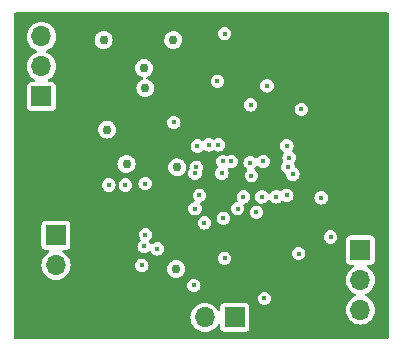
<source format=gbr>
%TF.GenerationSoftware,KiCad,Pcbnew,(6.0.8)*%
%TF.CreationDate,2023-01-31T16:58:12-08:00*%
%TF.ProjectId,Microwave Sensor v2,4d696372-6f77-4617-9665-2053656e736f,rev?*%
%TF.SameCoordinates,Original*%
%TF.FileFunction,Copper,L3,Inr*%
%TF.FilePolarity,Positive*%
%FSLAX46Y46*%
G04 Gerber Fmt 4.6, Leading zero omitted, Abs format (unit mm)*
G04 Created by KiCad (PCBNEW (6.0.8)) date 2023-01-31 16:58:12*
%MOMM*%
%LPD*%
G01*
G04 APERTURE LIST*
%TA.AperFunction,ComponentPad*%
%ADD10R,1.700000X1.700000*%
%TD*%
%TA.AperFunction,ComponentPad*%
%ADD11O,1.700000X1.700000*%
%TD*%
%TA.AperFunction,ViaPad*%
%ADD12C,0.381000*%
%TD*%
%TA.AperFunction,ViaPad*%
%ADD13C,0.762000*%
%TD*%
G04 APERTURE END LIST*
D10*
%TO.N,Net-(J4-Pad1)*%
%TO.C,J4*%
X140475000Y-105700000D03*
D11*
%TO.N,Net-(J4-Pad2)*%
X137935000Y-105700000D03*
%TD*%
D10*
%TO.N,Net-(IC2-Pad5)*%
%TO.C,J2*%
X124100000Y-87000000D03*
D11*
%TO.N,Net-(IC2-Pad6)*%
X124100000Y-84460000D03*
%TO.N,Net-(IC2-Pad7)*%
X124100000Y-81920000D03*
%TD*%
D10*
%TO.N,Net-(J3-Pad1)*%
%TO.C,J3*%
X151100000Y-100000000D03*
D11*
%TO.N,Net-(J3-Pad2)*%
X151100000Y-102540000D03*
%TO.N,Net-(J3-Pad3)*%
X151100000Y-105080000D03*
%TD*%
D10*
%TO.N,Net-(FB1-Pad1)*%
%TO.C,J1*%
X125325000Y-98750000D03*
D11*
%TO.N,GND*%
X125325000Y-101290000D03*
%TD*%
D12*
%TO.N,*%
X132900000Y-98700000D03*
%TO.N,GND*%
X137200000Y-93000000D03*
X139600000Y-81683750D03*
X144976859Y-92975000D03*
X137300000Y-91200000D03*
X143975000Y-95500000D03*
X135300000Y-89200000D03*
X145376859Y-93575000D03*
X142975000Y-104100000D03*
X142300000Y-96800000D03*
X133900000Y-99900000D03*
X148575000Y-98900000D03*
X132600000Y-101300000D03*
D13*
X135262000Y-82200000D03*
D12*
X139500000Y-97300000D03*
X137476859Y-95375000D03*
X129800000Y-94500000D03*
X132800000Y-99700000D03*
D13*
X129362000Y-82200000D03*
D12*
X145875000Y-100300000D03*
X147776859Y-95575000D03*
X141200000Y-95500000D03*
X141800000Y-87700000D03*
D13*
X135600000Y-93000000D03*
D12*
X137100000Y-93500000D03*
X144876859Y-91175000D03*
X144876859Y-95375000D03*
X146100000Y-88100000D03*
D13*
X131300000Y-92700000D03*
X135500000Y-101600000D03*
D12*
X132876859Y-94375000D03*
X143200000Y-86100000D03*
X139375000Y-93500000D03*
X145076859Y-92175000D03*
X131200000Y-94500000D03*
D13*
%TO.N,/VinF*%
X129662000Y-89800000D03*
D12*
%TO.N,/Vdd*%
X133700000Y-95600000D03*
X143676859Y-91075000D03*
X142975000Y-94100000D03*
X136876859Y-94375000D03*
X139000000Y-98100000D03*
X139000000Y-103400000D03*
X145076859Y-94475000D03*
D13*
X133562000Y-89200000D03*
D12*
X140375000Y-94100000D03*
D13*
X135000000Y-97600000D03*
D12*
%TO.N,Net-(C12-Pad1)*%
X141775000Y-92600000D03*
%TO.N,/IFQAI*%
X142875000Y-92500000D03*
D13*
%TO.N,Net-(IC2-Pad12)*%
X132800000Y-84600000D03*
D12*
X139075000Y-91100000D03*
%TO.N,Net-(J3-Pad1)*%
X142775000Y-95500000D03*
%TO.N,Net-(IC2-Pad11)*%
X139475000Y-92500000D03*
X139000000Y-85700000D03*
%TO.N,Net-(IC2-Pad10)*%
X140175000Y-92500000D03*
%TO.N,Net-(J3-Pad2)*%
X141875000Y-93700000D03*
%TO.N,Net-(J3-Pad3)*%
X140700000Y-96500000D03*
%TO.N,Net-(J4-Pad2)*%
X137900000Y-97700000D03*
%TO.N,Net-(R9-Pad2)*%
X137100000Y-96500000D03*
X137000000Y-103000000D03*
%TO.N,Net-(R10-Pad1)*%
X139600000Y-100700000D03*
%TO.N,Net-(TP4-Pad1)*%
X138275000Y-91100000D03*
D13*
X132900000Y-86300000D03*
%TD*%
%TA.AperFunction,Conductor*%
%TO.N,/Vdd*%
G36*
X153440621Y-79901502D02*
G01*
X153487114Y-79955158D01*
X153498500Y-80007500D01*
X153498500Y-107416500D01*
X153478498Y-107484621D01*
X153424842Y-107531114D01*
X153372500Y-107542500D01*
X121907500Y-107542500D01*
X121839379Y-107522498D01*
X121792886Y-107468842D01*
X121781500Y-107416500D01*
X121781500Y-105700000D01*
X136698796Y-105700000D01*
X136717577Y-105914665D01*
X136773348Y-106122807D01*
X136775670Y-106127787D01*
X136775671Y-106127789D01*
X136862090Y-106313115D01*
X136862093Y-106313120D01*
X136864416Y-106318102D01*
X136867570Y-106322606D01*
X136867573Y-106322611D01*
X136904466Y-106375299D01*
X136988013Y-106494617D01*
X137140383Y-106646987D01*
X137144891Y-106650144D01*
X137144894Y-106650146D01*
X137310070Y-106765803D01*
X137316898Y-106770584D01*
X137321880Y-106772907D01*
X137321885Y-106772910D01*
X137503336Y-106857522D01*
X137512193Y-106861652D01*
X137517501Y-106863074D01*
X137517503Y-106863075D01*
X137715020Y-106915999D01*
X137715022Y-106915999D01*
X137720335Y-106917423D01*
X137935000Y-106936204D01*
X138149665Y-106917423D01*
X138154978Y-106915999D01*
X138154980Y-106915999D01*
X138352497Y-106863075D01*
X138352499Y-106863074D01*
X138357807Y-106861652D01*
X138366664Y-106857522D01*
X138548115Y-106772910D01*
X138548120Y-106772907D01*
X138553102Y-106770584D01*
X138559930Y-106765803D01*
X138725106Y-106650146D01*
X138725109Y-106650144D01*
X138729617Y-106646987D01*
X138881987Y-106494617D01*
X139005584Y-106318102D01*
X139007908Y-106313118D01*
X139008381Y-106312299D01*
X139059764Y-106263306D01*
X139129477Y-106249870D01*
X139195388Y-106276256D01*
X139236570Y-106334089D01*
X139243500Y-106375299D01*
X139243500Y-106586158D01*
X139244170Y-106590706D01*
X139244170Y-106590713D01*
X139253112Y-106651459D01*
X139254538Y-106661144D01*
X139310513Y-106775151D01*
X139400399Y-106864880D01*
X139514503Y-106920655D01*
X139547284Y-106925437D01*
X139584316Y-106930840D01*
X139584320Y-106930840D01*
X139588842Y-106931500D01*
X141361158Y-106931500D01*
X141365706Y-106930830D01*
X141365713Y-106930830D01*
X141426459Y-106921888D01*
X141426461Y-106921887D01*
X141436144Y-106920462D01*
X141445234Y-106915999D01*
X141540803Y-106869077D01*
X141540804Y-106869076D01*
X141550151Y-106864487D01*
X141639880Y-106774601D01*
X141695655Y-106660497D01*
X141700437Y-106627716D01*
X141705840Y-106590684D01*
X141705840Y-106590680D01*
X141706500Y-106586158D01*
X141706500Y-105080000D01*
X149863796Y-105080000D01*
X149882577Y-105294665D01*
X149938348Y-105502807D01*
X149940670Y-105507787D01*
X149940671Y-105507789D01*
X150027090Y-105693115D01*
X150027093Y-105693120D01*
X150029416Y-105698102D01*
X150032572Y-105702609D01*
X150032573Y-105702611D01*
X150034579Y-105705475D01*
X150153013Y-105874617D01*
X150305383Y-106026987D01*
X150309891Y-106030144D01*
X150309894Y-106030146D01*
X150442228Y-106122807D01*
X150481898Y-106150584D01*
X150486880Y-106152907D01*
X150486885Y-106152910D01*
X150672211Y-106239329D01*
X150677193Y-106241652D01*
X150682501Y-106243074D01*
X150682503Y-106243075D01*
X150880020Y-106295999D01*
X150880022Y-106295999D01*
X150885335Y-106297423D01*
X151100000Y-106316204D01*
X151314665Y-106297423D01*
X151319978Y-106295999D01*
X151319980Y-106295999D01*
X151517497Y-106243075D01*
X151517499Y-106243074D01*
X151522807Y-106241652D01*
X151527789Y-106239329D01*
X151713115Y-106152910D01*
X151713120Y-106152907D01*
X151718102Y-106150584D01*
X151757772Y-106122807D01*
X151890106Y-106030146D01*
X151890109Y-106030144D01*
X151894617Y-106026987D01*
X152046987Y-105874617D01*
X152165422Y-105705475D01*
X152167427Y-105702611D01*
X152167428Y-105702609D01*
X152170584Y-105698102D01*
X152172907Y-105693120D01*
X152172910Y-105693115D01*
X152259329Y-105507789D01*
X152259330Y-105507787D01*
X152261652Y-105502807D01*
X152317423Y-105294665D01*
X152336204Y-105080000D01*
X152317423Y-104865335D01*
X152286480Y-104749854D01*
X152263075Y-104662503D01*
X152263074Y-104662501D01*
X152261652Y-104657193D01*
X152259329Y-104652211D01*
X152172910Y-104466885D01*
X152172907Y-104466880D01*
X152170584Y-104461898D01*
X152167427Y-104457389D01*
X152050146Y-104289894D01*
X152050144Y-104289891D01*
X152046987Y-104285383D01*
X151894617Y-104133013D01*
X151890109Y-104129856D01*
X151890106Y-104129854D01*
X151722611Y-104012573D01*
X151722609Y-104012572D01*
X151718102Y-104009416D01*
X151713120Y-104007093D01*
X151713115Y-104007090D01*
X151535346Y-103924195D01*
X151482061Y-103877277D01*
X151462600Y-103809000D01*
X151483142Y-103741040D01*
X151535346Y-103695805D01*
X151713115Y-103612910D01*
X151713120Y-103612907D01*
X151718102Y-103610584D01*
X151737218Y-103597199D01*
X151890106Y-103490146D01*
X151890109Y-103490144D01*
X151894617Y-103486987D01*
X152046987Y-103334617D01*
X152074713Y-103295021D01*
X152167427Y-103162611D01*
X152167428Y-103162609D01*
X152170584Y-103158102D01*
X152172907Y-103153120D01*
X152172910Y-103153115D01*
X152259329Y-102967789D01*
X152259330Y-102967787D01*
X152261652Y-102962807D01*
X152289503Y-102858867D01*
X152315999Y-102759980D01*
X152315999Y-102759978D01*
X152317423Y-102754665D01*
X152336204Y-102540000D01*
X152317423Y-102325335D01*
X152315999Y-102320020D01*
X152263075Y-102122503D01*
X152263074Y-102122501D01*
X152261652Y-102117193D01*
X152252742Y-102098086D01*
X152172910Y-101926885D01*
X152172907Y-101926880D01*
X152170584Y-101921898D01*
X152157432Y-101903115D01*
X152050146Y-101749894D01*
X152050144Y-101749891D01*
X152046987Y-101745383D01*
X151894617Y-101593013D01*
X151890109Y-101589856D01*
X151890106Y-101589854D01*
X151768443Y-101504665D01*
X151718102Y-101469416D01*
X151713118Y-101467092D01*
X151712299Y-101466619D01*
X151663306Y-101415236D01*
X151649870Y-101345523D01*
X151676256Y-101279612D01*
X151734089Y-101238430D01*
X151775299Y-101231500D01*
X151986158Y-101231500D01*
X151990706Y-101230830D01*
X151990713Y-101230830D01*
X152051459Y-101221888D01*
X152051461Y-101221887D01*
X152061144Y-101220462D01*
X152069933Y-101216147D01*
X152165803Y-101169077D01*
X152165804Y-101169076D01*
X152175151Y-101164487D01*
X152264880Y-101074601D01*
X152320655Y-100960497D01*
X152330641Y-100892045D01*
X152330840Y-100890684D01*
X152330840Y-100890680D01*
X152331500Y-100886158D01*
X152331500Y-99113842D01*
X152330634Y-99107955D01*
X152321888Y-99048541D01*
X152321887Y-99048539D01*
X152320462Y-99038856D01*
X152295723Y-98988468D01*
X152269077Y-98934197D01*
X152269076Y-98934196D01*
X152264487Y-98924849D01*
X152174601Y-98835120D01*
X152060497Y-98779345D01*
X152027716Y-98774563D01*
X151990684Y-98769160D01*
X151990680Y-98769160D01*
X151986158Y-98768500D01*
X150213842Y-98768500D01*
X150209294Y-98769170D01*
X150209287Y-98769170D01*
X150148541Y-98778112D01*
X150148539Y-98778113D01*
X150138856Y-98779538D01*
X150130068Y-98783853D01*
X150130067Y-98783853D01*
X150034197Y-98830923D01*
X150034196Y-98830924D01*
X150024849Y-98835513D01*
X149935120Y-98925399D01*
X149879345Y-99039503D01*
X149877933Y-99049183D01*
X149869165Y-99109287D01*
X149868500Y-99113842D01*
X149868500Y-100886158D01*
X149869170Y-100890706D01*
X149869170Y-100890713D01*
X149878112Y-100951459D01*
X149879538Y-100961144D01*
X149883853Y-100969932D01*
X149883853Y-100969933D01*
X149908024Y-101019162D01*
X149935513Y-101075151D01*
X150025399Y-101164880D01*
X150139503Y-101220655D01*
X150172284Y-101225437D01*
X150209316Y-101230840D01*
X150209320Y-101230840D01*
X150213842Y-101231500D01*
X150424701Y-101231500D01*
X150492822Y-101251502D01*
X150539315Y-101305158D01*
X150549419Y-101375432D01*
X150519925Y-101440012D01*
X150487701Y-101466619D01*
X150486882Y-101467092D01*
X150481898Y-101469416D01*
X150431557Y-101504665D01*
X150309894Y-101589854D01*
X150309891Y-101589856D01*
X150305383Y-101593013D01*
X150153013Y-101745383D01*
X150149856Y-101749891D01*
X150149854Y-101749894D01*
X150042568Y-101903115D01*
X150029416Y-101921898D01*
X150027093Y-101926880D01*
X150027090Y-101926885D01*
X149947258Y-102098086D01*
X149938348Y-102117193D01*
X149936926Y-102122501D01*
X149936925Y-102122503D01*
X149884001Y-102320020D01*
X149882577Y-102325335D01*
X149863796Y-102540000D01*
X149882577Y-102754665D01*
X149884001Y-102759978D01*
X149884001Y-102759980D01*
X149910498Y-102858867D01*
X149938348Y-102962807D01*
X149940670Y-102967787D01*
X149940671Y-102967789D01*
X150027090Y-103153115D01*
X150027093Y-103153120D01*
X150029416Y-103158102D01*
X150032572Y-103162609D01*
X150032573Y-103162611D01*
X150125288Y-103295021D01*
X150153013Y-103334617D01*
X150305383Y-103486987D01*
X150309891Y-103490144D01*
X150309894Y-103490146D01*
X150462782Y-103597199D01*
X150481898Y-103610584D01*
X150486880Y-103612907D01*
X150486885Y-103612910D01*
X150664654Y-103695805D01*
X150717939Y-103742723D01*
X150737400Y-103811000D01*
X150716858Y-103878960D01*
X150664654Y-103924195D01*
X150486885Y-104007090D01*
X150486880Y-104007093D01*
X150481898Y-104009416D01*
X150477391Y-104012572D01*
X150477389Y-104012573D01*
X150309894Y-104129854D01*
X150309891Y-104129856D01*
X150305383Y-104133013D01*
X150153013Y-104285383D01*
X150149856Y-104289891D01*
X150149854Y-104289894D01*
X150032573Y-104457389D01*
X150029416Y-104461898D01*
X150027093Y-104466880D01*
X150027090Y-104466885D01*
X149940671Y-104652211D01*
X149938348Y-104657193D01*
X149936926Y-104662501D01*
X149936925Y-104662503D01*
X149913520Y-104749854D01*
X149882577Y-104865335D01*
X149863796Y-105080000D01*
X141706500Y-105080000D01*
X141706500Y-104813842D01*
X141696983Y-104749183D01*
X141696888Y-104748541D01*
X141696887Y-104748539D01*
X141695462Y-104738856D01*
X141665061Y-104676936D01*
X141644077Y-104634197D01*
X141644076Y-104634196D01*
X141639487Y-104624849D01*
X141549601Y-104535120D01*
X141435497Y-104479345D01*
X141402716Y-104474563D01*
X141365684Y-104469160D01*
X141365680Y-104469160D01*
X141361158Y-104468500D01*
X139588842Y-104468500D01*
X139584294Y-104469170D01*
X139584287Y-104469170D01*
X139523541Y-104478112D01*
X139523539Y-104478113D01*
X139513856Y-104479538D01*
X139505068Y-104483853D01*
X139505067Y-104483853D01*
X139409197Y-104530923D01*
X139409196Y-104530924D01*
X139399849Y-104535513D01*
X139392492Y-104542883D01*
X139332679Y-104602801D01*
X139310120Y-104625399D01*
X139254345Y-104739503D01*
X139252933Y-104749183D01*
X139244165Y-104809287D01*
X139243500Y-104813842D01*
X139243500Y-105024701D01*
X139223498Y-105092822D01*
X139169842Y-105139315D01*
X139099568Y-105149419D01*
X139034988Y-105119925D01*
X139008381Y-105087701D01*
X139007908Y-105086882D01*
X139005584Y-105081898D01*
X138881987Y-104905383D01*
X138729617Y-104753013D01*
X138725109Y-104749856D01*
X138725106Y-104749854D01*
X138557611Y-104632573D01*
X138557609Y-104632572D01*
X138553102Y-104629416D01*
X138548120Y-104627093D01*
X138548115Y-104627090D01*
X138362789Y-104540671D01*
X138362787Y-104540670D01*
X138357807Y-104538348D01*
X138352499Y-104536926D01*
X138352497Y-104536925D01*
X138154980Y-104484001D01*
X138154978Y-104484001D01*
X138149665Y-104482577D01*
X137935000Y-104463796D01*
X137720335Y-104482577D01*
X137715022Y-104484001D01*
X137715020Y-104484001D01*
X137517503Y-104536925D01*
X137517501Y-104536926D01*
X137512193Y-104538348D01*
X137507213Y-104540670D01*
X137507211Y-104540671D01*
X137321885Y-104627090D01*
X137321880Y-104627093D01*
X137316898Y-104629416D01*
X137312391Y-104632572D01*
X137312389Y-104632573D01*
X137144894Y-104749854D01*
X137144891Y-104749856D01*
X137140383Y-104753013D01*
X136988013Y-104905383D01*
X136984856Y-104909891D01*
X136984854Y-104909894D01*
X136867573Y-105077389D01*
X136864416Y-105081898D01*
X136862093Y-105086880D01*
X136862090Y-105086885D01*
X136832930Y-105149419D01*
X136773348Y-105277193D01*
X136717577Y-105485335D01*
X136698796Y-105700000D01*
X121781500Y-105700000D01*
X121781500Y-104100000D01*
X142398064Y-104100000D01*
X142417723Y-104249322D01*
X142475359Y-104388468D01*
X142567045Y-104507955D01*
X142686532Y-104599641D01*
X142825678Y-104657277D01*
X142975000Y-104676936D01*
X143124322Y-104657277D01*
X143263468Y-104599641D01*
X143382955Y-104507955D01*
X143474641Y-104388468D01*
X143532277Y-104249322D01*
X143551936Y-104100000D01*
X143532277Y-103950678D01*
X143474641Y-103811532D01*
X143382955Y-103692045D01*
X143263468Y-103600359D01*
X143124322Y-103542723D01*
X142975000Y-103523064D01*
X142825678Y-103542723D01*
X142686532Y-103600359D01*
X142567045Y-103692045D01*
X142475359Y-103811532D01*
X142417723Y-103950678D01*
X142398064Y-104100000D01*
X121781500Y-104100000D01*
X121781500Y-103000000D01*
X136423064Y-103000000D01*
X136442723Y-103149322D01*
X136500359Y-103288468D01*
X136592045Y-103407955D01*
X136711532Y-103499641D01*
X136850678Y-103557277D01*
X137000000Y-103576936D01*
X137149322Y-103557277D01*
X137288468Y-103499641D01*
X137407955Y-103407955D01*
X137499641Y-103288468D01*
X137557277Y-103149322D01*
X137576936Y-103000000D01*
X137557277Y-102850678D01*
X137499641Y-102711532D01*
X137407955Y-102592045D01*
X137288468Y-102500359D01*
X137149322Y-102442723D01*
X137000000Y-102423064D01*
X136850678Y-102442723D01*
X136711532Y-102500359D01*
X136592045Y-102592045D01*
X136500359Y-102711532D01*
X136442723Y-102850678D01*
X136423064Y-103000000D01*
X121781500Y-103000000D01*
X121781500Y-101290000D01*
X124088796Y-101290000D01*
X124107577Y-101504665D01*
X124109001Y-101509978D01*
X124109001Y-101509980D01*
X124132067Y-101596062D01*
X124163348Y-101712807D01*
X124165670Y-101717787D01*
X124165671Y-101717789D01*
X124252090Y-101903115D01*
X124252093Y-101903120D01*
X124254416Y-101908102D01*
X124257572Y-101912609D01*
X124257573Y-101912611D01*
X124366504Y-102068180D01*
X124378013Y-102084617D01*
X124530383Y-102236987D01*
X124534891Y-102240144D01*
X124534894Y-102240146D01*
X124702389Y-102357427D01*
X124706898Y-102360584D01*
X124711880Y-102362907D01*
X124711885Y-102362910D01*
X124897211Y-102449329D01*
X124902193Y-102451652D01*
X124907501Y-102453074D01*
X124907503Y-102453075D01*
X125105020Y-102505999D01*
X125105022Y-102505999D01*
X125110335Y-102507423D01*
X125325000Y-102526204D01*
X125539665Y-102507423D01*
X125544978Y-102505999D01*
X125544980Y-102505999D01*
X125742497Y-102453075D01*
X125742499Y-102453074D01*
X125747807Y-102451652D01*
X125752789Y-102449329D01*
X125938115Y-102362910D01*
X125938120Y-102362907D01*
X125943102Y-102360584D01*
X125947611Y-102357427D01*
X126115106Y-102240146D01*
X126115109Y-102240144D01*
X126119617Y-102236987D01*
X126271987Y-102084617D01*
X126283497Y-102068180D01*
X126392427Y-101912611D01*
X126392428Y-101912609D01*
X126395584Y-101908102D01*
X126397907Y-101903120D01*
X126397910Y-101903115D01*
X126484329Y-101717789D01*
X126484330Y-101717787D01*
X126486652Y-101712807D01*
X126517934Y-101596062D01*
X126540999Y-101509980D01*
X126540999Y-101509978D01*
X126542423Y-101504665D01*
X126560329Y-101300000D01*
X132023064Y-101300000D01*
X132042723Y-101449322D01*
X132100359Y-101588468D01*
X132192045Y-101707955D01*
X132311532Y-101799641D01*
X132450678Y-101857277D01*
X132600000Y-101876936D01*
X132749322Y-101857277D01*
X132888468Y-101799641D01*
X133007955Y-101707955D01*
X133099013Y-101589286D01*
X134732750Y-101589286D01*
X134749443Y-101759536D01*
X134803440Y-101921856D01*
X134807087Y-101927878D01*
X134807088Y-101927880D01*
X134888406Y-102062154D01*
X134888409Y-102062157D01*
X134892056Y-102068180D01*
X135010889Y-102191234D01*
X135154030Y-102284903D01*
X135160634Y-102287359D01*
X135160636Y-102287360D01*
X135307757Y-102342074D01*
X135307759Y-102342074D01*
X135314367Y-102344532D01*
X135393454Y-102355085D01*
X135476949Y-102366226D01*
X135476953Y-102366226D01*
X135483930Y-102367157D01*
X135490941Y-102366519D01*
X135490945Y-102366519D01*
X135647273Y-102352292D01*
X135647275Y-102352292D01*
X135654292Y-102351653D01*
X135660990Y-102349477D01*
X135660993Y-102349476D01*
X135810289Y-102300966D01*
X135810291Y-102300965D01*
X135816985Y-102298790D01*
X135852369Y-102277697D01*
X135957872Y-102214805D01*
X135957874Y-102214804D01*
X135963924Y-102211197D01*
X136087805Y-102093227D01*
X136093526Y-102084617D01*
X136178570Y-101956614D01*
X136182471Y-101950743D01*
X136238669Y-101802801D01*
X136240718Y-101797408D01*
X136240719Y-101797406D01*
X136243218Y-101790826D01*
X136249605Y-101745383D01*
X136266475Y-101625347D01*
X136266475Y-101625344D01*
X136267026Y-101621425D01*
X136267325Y-101600000D01*
X136248256Y-101430000D01*
X136218839Y-101345523D01*
X136194314Y-101275097D01*
X136194313Y-101275095D01*
X136191999Y-101268450D01*
X136173241Y-101238430D01*
X136105081Y-101129352D01*
X136101348Y-101123378D01*
X136091024Y-101112981D01*
X135997857Y-101019162D01*
X135980809Y-101001994D01*
X135900166Y-100950817D01*
X135842316Y-100914104D01*
X135842313Y-100914102D01*
X135836373Y-100910333D01*
X135829740Y-100907971D01*
X135681854Y-100855311D01*
X135681849Y-100855310D01*
X135675219Y-100852949D01*
X135668231Y-100852116D01*
X135668228Y-100852115D01*
X135552655Y-100838334D01*
X135505357Y-100832694D01*
X135498354Y-100833430D01*
X135498353Y-100833430D01*
X135453958Y-100838096D01*
X135335228Y-100850575D01*
X135325071Y-100854033D01*
X135179956Y-100903434D01*
X135179953Y-100903435D01*
X135173289Y-100905704D01*
X135027588Y-100995340D01*
X135022557Y-101000267D01*
X135022554Y-101000269D01*
X134963573Y-101058028D01*
X134905366Y-101115028D01*
X134901547Y-101120953D01*
X134901546Y-101120955D01*
X134873492Y-101164487D01*
X134812698Y-101258820D01*
X134810287Y-101265443D01*
X134810286Y-101265446D01*
X134756600Y-101412947D01*
X134756599Y-101412952D01*
X134754190Y-101419570D01*
X134732750Y-101589286D01*
X133099013Y-101589286D01*
X133099641Y-101588468D01*
X133157277Y-101449322D01*
X133176936Y-101300000D01*
X133157277Y-101150678D01*
X133099641Y-101011532D01*
X133007955Y-100892045D01*
X132888468Y-100800359D01*
X132749322Y-100742723D01*
X132600000Y-100723064D01*
X132450678Y-100742723D01*
X132311532Y-100800359D01*
X132192045Y-100892045D01*
X132100359Y-101011532D01*
X132042723Y-101150678D01*
X132023064Y-101300000D01*
X126560329Y-101300000D01*
X126561204Y-101290000D01*
X126542423Y-101075335D01*
X126497960Y-100909395D01*
X126488075Y-100872503D01*
X126488074Y-100872501D01*
X126486652Y-100867193D01*
X126480010Y-100852949D01*
X126408689Y-100700000D01*
X139023064Y-100700000D01*
X139042723Y-100849322D01*
X139100359Y-100988468D01*
X139192045Y-101107955D01*
X139311532Y-101199641D01*
X139450678Y-101257277D01*
X139600000Y-101276936D01*
X139749322Y-101257277D01*
X139888468Y-101199641D01*
X140007955Y-101107955D01*
X140099641Y-100988468D01*
X140157277Y-100849322D01*
X140176936Y-100700000D01*
X140157277Y-100550678D01*
X140099641Y-100411532D01*
X140014059Y-100300000D01*
X145298064Y-100300000D01*
X145317723Y-100449322D01*
X145375359Y-100588468D01*
X145467045Y-100707955D01*
X145586532Y-100799641D01*
X145725678Y-100857277D01*
X145875000Y-100876936D01*
X146024322Y-100857277D01*
X146163468Y-100799641D01*
X146282955Y-100707955D01*
X146374641Y-100588468D01*
X146432277Y-100449322D01*
X146451936Y-100300000D01*
X146432277Y-100150678D01*
X146374641Y-100011532D01*
X146282955Y-99892045D01*
X146163468Y-99800359D01*
X146024322Y-99742723D01*
X145875000Y-99723064D01*
X145725678Y-99742723D01*
X145586532Y-99800359D01*
X145467045Y-99892045D01*
X145375359Y-100011532D01*
X145317723Y-100150678D01*
X145298064Y-100300000D01*
X140014059Y-100300000D01*
X140007955Y-100292045D01*
X139888468Y-100200359D01*
X139749322Y-100142723D01*
X139600000Y-100123064D01*
X139450678Y-100142723D01*
X139311532Y-100200359D01*
X139192045Y-100292045D01*
X139100359Y-100411532D01*
X139042723Y-100550678D01*
X139023064Y-100700000D01*
X126408689Y-100700000D01*
X126397910Y-100676885D01*
X126397907Y-100676880D01*
X126395584Y-100671898D01*
X126271987Y-100495383D01*
X126119617Y-100343013D01*
X126115109Y-100339856D01*
X126115106Y-100339854D01*
X125947606Y-100222570D01*
X125943102Y-100219416D01*
X125938118Y-100217092D01*
X125937299Y-100216619D01*
X125888306Y-100165236D01*
X125874870Y-100095523D01*
X125901256Y-100029612D01*
X125959089Y-99988430D01*
X126000299Y-99981500D01*
X126211158Y-99981500D01*
X126215706Y-99980830D01*
X126215713Y-99980830D01*
X126276459Y-99971888D01*
X126276461Y-99971887D01*
X126286144Y-99970462D01*
X126294933Y-99966147D01*
X126390803Y-99919077D01*
X126390804Y-99919076D01*
X126400151Y-99914487D01*
X126489880Y-99824601D01*
X126499272Y-99805388D01*
X126526014Y-99750678D01*
X126545655Y-99710497D01*
X126547186Y-99700000D01*
X132223064Y-99700000D01*
X132242723Y-99849322D01*
X132300359Y-99988468D01*
X132392045Y-100107955D01*
X132511532Y-100199641D01*
X132650678Y-100257277D01*
X132800000Y-100276936D01*
X132949322Y-100257277D01*
X133088468Y-100199641D01*
X133198375Y-100115306D01*
X133264595Y-100089705D01*
X133334144Y-100103970D01*
X133384940Y-100153571D01*
X133391487Y-100167048D01*
X133400359Y-100188468D01*
X133492045Y-100307955D01*
X133611532Y-100399641D01*
X133750678Y-100457277D01*
X133900000Y-100476936D01*
X134049322Y-100457277D01*
X134188468Y-100399641D01*
X134307955Y-100307955D01*
X134399641Y-100188468D01*
X134457277Y-100049322D01*
X134476936Y-99900000D01*
X134457277Y-99750678D01*
X134399641Y-99611532D01*
X134307955Y-99492045D01*
X134188468Y-99400359D01*
X134049322Y-99342723D01*
X133900000Y-99323064D01*
X133750678Y-99342723D01*
X133611532Y-99400359D01*
X133513140Y-99475858D01*
X133501625Y-99484694D01*
X133435405Y-99510295D01*
X133365856Y-99496030D01*
X133315060Y-99446429D01*
X133308511Y-99432947D01*
X133302801Y-99419162D01*
X133299641Y-99411532D01*
X133232808Y-99324433D01*
X133207208Y-99258216D01*
X133221472Y-99188668D01*
X133256064Y-99147773D01*
X133307955Y-99107955D01*
X133399641Y-98988468D01*
X133436286Y-98900000D01*
X147998064Y-98900000D01*
X148017723Y-99049322D01*
X148075359Y-99188468D01*
X148167045Y-99307955D01*
X148286532Y-99399641D01*
X148425678Y-99457277D01*
X148575000Y-99476936D01*
X148724322Y-99457277D01*
X148863468Y-99399641D01*
X148982955Y-99307955D01*
X149074641Y-99188468D01*
X149132277Y-99049322D01*
X149151936Y-98900000D01*
X149132277Y-98750678D01*
X149074641Y-98611532D01*
X148982955Y-98492045D01*
X148863468Y-98400359D01*
X148724322Y-98342723D01*
X148575000Y-98323064D01*
X148425678Y-98342723D01*
X148286532Y-98400359D01*
X148167045Y-98492045D01*
X148075359Y-98611532D01*
X148017723Y-98750678D01*
X147998064Y-98900000D01*
X133436286Y-98900000D01*
X133457277Y-98849322D01*
X133476936Y-98700000D01*
X133457277Y-98550678D01*
X133399641Y-98411532D01*
X133307955Y-98292045D01*
X133188468Y-98200359D01*
X133049322Y-98142723D01*
X132900000Y-98123064D01*
X132750678Y-98142723D01*
X132611532Y-98200359D01*
X132492045Y-98292045D01*
X132400359Y-98411532D01*
X132342723Y-98550678D01*
X132323064Y-98700000D01*
X132342723Y-98849322D01*
X132400359Y-98988468D01*
X132467192Y-99075567D01*
X132492792Y-99141784D01*
X132478528Y-99211332D01*
X132443936Y-99252227D01*
X132392045Y-99292045D01*
X132300359Y-99411532D01*
X132242723Y-99550678D01*
X132223064Y-99700000D01*
X126547186Y-99700000D01*
X126550720Y-99675779D01*
X126555840Y-99640684D01*
X126555840Y-99640680D01*
X126556500Y-99636158D01*
X126556500Y-97863842D01*
X126555693Y-97858355D01*
X126546888Y-97798541D01*
X126546887Y-97798539D01*
X126545462Y-97788856D01*
X126505856Y-97708188D01*
X126501836Y-97700000D01*
X137323064Y-97700000D01*
X137342723Y-97849322D01*
X137400359Y-97988468D01*
X137492045Y-98107955D01*
X137611532Y-98199641D01*
X137750678Y-98257277D01*
X137900000Y-98276936D01*
X138049322Y-98257277D01*
X138188468Y-98199641D01*
X138307955Y-98107955D01*
X138399641Y-97988468D01*
X138457277Y-97849322D01*
X138476936Y-97700000D01*
X138457277Y-97550678D01*
X138399641Y-97411532D01*
X138314059Y-97300000D01*
X138923064Y-97300000D01*
X138942723Y-97449322D01*
X139000359Y-97588468D01*
X139092045Y-97707955D01*
X139211532Y-97799641D01*
X139350678Y-97857277D01*
X139500000Y-97876936D01*
X139649322Y-97857277D01*
X139788468Y-97799641D01*
X139907955Y-97707955D01*
X139999641Y-97588468D01*
X140057277Y-97449322D01*
X140076936Y-97300000D01*
X140057277Y-97150678D01*
X139999641Y-97011532D01*
X139907955Y-96892045D01*
X139788468Y-96800359D01*
X139649322Y-96742723D01*
X139500000Y-96723064D01*
X139350678Y-96742723D01*
X139211532Y-96800359D01*
X139092045Y-96892045D01*
X139000359Y-97011532D01*
X138942723Y-97150678D01*
X138923064Y-97300000D01*
X138314059Y-97300000D01*
X138307955Y-97292045D01*
X138188468Y-97200359D01*
X138049322Y-97142723D01*
X137900000Y-97123064D01*
X137750678Y-97142723D01*
X137611532Y-97200359D01*
X137492045Y-97292045D01*
X137400359Y-97411532D01*
X137342723Y-97550678D01*
X137323064Y-97700000D01*
X126501836Y-97700000D01*
X126494077Y-97684197D01*
X126494076Y-97684196D01*
X126489487Y-97674849D01*
X126399601Y-97585120D01*
X126285497Y-97529345D01*
X126252716Y-97524563D01*
X126215684Y-97519160D01*
X126215680Y-97519160D01*
X126211158Y-97518500D01*
X124438842Y-97518500D01*
X124434294Y-97519170D01*
X124434287Y-97519170D01*
X124373541Y-97528112D01*
X124373539Y-97528113D01*
X124363856Y-97529538D01*
X124355068Y-97533853D01*
X124355067Y-97533853D01*
X124259197Y-97580923D01*
X124259196Y-97580924D01*
X124249849Y-97585513D01*
X124160120Y-97675399D01*
X124104345Y-97789503D01*
X124102933Y-97799183D01*
X124094165Y-97859287D01*
X124093500Y-97863842D01*
X124093500Y-99636158D01*
X124094170Y-99640706D01*
X124094170Y-99640713D01*
X124103112Y-99701459D01*
X124104538Y-99711144D01*
X124108853Y-99719932D01*
X124108853Y-99719933D01*
X124150810Y-99805388D01*
X124160513Y-99825151D01*
X124167883Y-99832508D01*
X124234086Y-99898595D01*
X124250399Y-99914880D01*
X124259755Y-99919453D01*
X124259756Y-99919454D01*
X124296635Y-99937480D01*
X124364503Y-99970655D01*
X124397284Y-99975437D01*
X124434316Y-99980840D01*
X124434320Y-99980840D01*
X124438842Y-99981500D01*
X124649701Y-99981500D01*
X124717822Y-100001502D01*
X124764315Y-100055158D01*
X124774419Y-100125432D01*
X124744925Y-100190012D01*
X124712701Y-100216619D01*
X124711882Y-100217092D01*
X124706898Y-100219416D01*
X124702394Y-100222570D01*
X124534894Y-100339854D01*
X124534891Y-100339856D01*
X124530383Y-100343013D01*
X124378013Y-100495383D01*
X124254416Y-100671898D01*
X124252093Y-100676880D01*
X124252090Y-100676885D01*
X124169990Y-100852949D01*
X124163348Y-100867193D01*
X124161926Y-100872501D01*
X124161925Y-100872503D01*
X124152040Y-100909395D01*
X124107577Y-101075335D01*
X124088796Y-101290000D01*
X121781500Y-101290000D01*
X121781500Y-96500000D01*
X136523064Y-96500000D01*
X136542723Y-96649322D01*
X136600359Y-96788468D01*
X136692045Y-96907955D01*
X136811532Y-96999641D01*
X136950678Y-97057277D01*
X137100000Y-97076936D01*
X137249322Y-97057277D01*
X137388468Y-96999641D01*
X137507955Y-96907955D01*
X137599641Y-96788468D01*
X137657277Y-96649322D01*
X137676936Y-96500000D01*
X140123064Y-96500000D01*
X140142723Y-96649322D01*
X140200359Y-96788468D01*
X140292045Y-96907955D01*
X140411532Y-96999641D01*
X140550678Y-97057277D01*
X140700000Y-97076936D01*
X140849322Y-97057277D01*
X140988468Y-96999641D01*
X141107955Y-96907955D01*
X141190792Y-96800000D01*
X141723064Y-96800000D01*
X141742723Y-96949322D01*
X141800359Y-97088468D01*
X141892045Y-97207955D01*
X142011532Y-97299641D01*
X142150678Y-97357277D01*
X142300000Y-97376936D01*
X142449322Y-97357277D01*
X142588468Y-97299641D01*
X142707955Y-97207955D01*
X142799641Y-97088468D01*
X142857277Y-96949322D01*
X142876936Y-96800000D01*
X142857277Y-96650678D01*
X142799641Y-96511532D01*
X142707955Y-96392045D01*
X142588468Y-96300359D01*
X142580838Y-96297198D01*
X142577865Y-96295482D01*
X142528873Y-96244099D01*
X142520483Y-96200563D01*
X142475342Y-96232707D01*
X142417686Y-96238558D01*
X142308188Y-96224142D01*
X142300000Y-96223064D01*
X142150678Y-96242723D01*
X142011532Y-96300359D01*
X141892045Y-96392045D01*
X141800359Y-96511532D01*
X141742723Y-96650678D01*
X141723064Y-96800000D01*
X141190792Y-96800000D01*
X141199641Y-96788468D01*
X141257277Y-96649322D01*
X141276936Y-96500000D01*
X141257277Y-96350678D01*
X141209630Y-96235648D01*
X141202041Y-96165058D01*
X141233820Y-96101571D01*
X141294878Y-96065344D01*
X141309591Y-96062508D01*
X141334875Y-96059179D01*
X141349322Y-96057277D01*
X141488468Y-95999641D01*
X141607955Y-95907955D01*
X141699641Y-95788468D01*
X141757277Y-95649322D01*
X141776936Y-95500000D01*
X142198064Y-95500000D01*
X142217723Y-95649322D01*
X142275359Y-95788468D01*
X142367045Y-95907955D01*
X142486532Y-95999641D01*
X142494161Y-96002801D01*
X142497135Y-96004518D01*
X142546127Y-96055901D01*
X142554517Y-96099437D01*
X142599658Y-96067293D01*
X142657314Y-96061442D01*
X142775000Y-96076936D01*
X142924322Y-96057277D01*
X143063468Y-95999641D01*
X143182955Y-95907955D01*
X143274641Y-95788468D01*
X143277355Y-95790550D01*
X143317237Y-95752504D01*
X143386947Y-95739052D01*
X143452865Y-95765423D01*
X143473842Y-95789632D01*
X143475359Y-95788468D01*
X143567045Y-95907955D01*
X143686532Y-95999641D01*
X143825678Y-96057277D01*
X143975000Y-96076936D01*
X144124322Y-96057277D01*
X144263468Y-95999641D01*
X144382955Y-95907955D01*
X144398475Y-95887729D01*
X144455814Y-95845863D01*
X144526685Y-95841642D01*
X144575138Y-95864472D01*
X144588391Y-95874641D01*
X144727537Y-95932277D01*
X144876859Y-95951936D01*
X145026181Y-95932277D01*
X145165327Y-95874641D01*
X145284814Y-95782955D01*
X145376500Y-95663468D01*
X145413145Y-95575000D01*
X147199923Y-95575000D01*
X147219582Y-95724322D01*
X147277218Y-95863468D01*
X147368904Y-95982955D01*
X147488391Y-96074641D01*
X147627537Y-96132277D01*
X147776859Y-96151936D01*
X147926181Y-96132277D01*
X148065327Y-96074641D01*
X148184814Y-95982955D01*
X148276500Y-95863468D01*
X148334136Y-95724322D01*
X148353795Y-95575000D01*
X148334136Y-95425678D01*
X148276500Y-95286532D01*
X148184814Y-95167045D01*
X148065327Y-95075359D01*
X147926181Y-95017723D01*
X147776859Y-94998064D01*
X147627537Y-95017723D01*
X147488391Y-95075359D01*
X147368904Y-95167045D01*
X147277218Y-95286532D01*
X147219582Y-95425678D01*
X147199923Y-95575000D01*
X145413145Y-95575000D01*
X145434136Y-95524322D01*
X145453795Y-95375000D01*
X145434136Y-95225678D01*
X145376500Y-95086532D01*
X145284814Y-94967045D01*
X145165327Y-94875359D01*
X145026181Y-94817723D01*
X144876859Y-94798064D01*
X144727537Y-94817723D01*
X144588391Y-94875359D01*
X144468904Y-94967045D01*
X144463880Y-94973593D01*
X144453384Y-94987271D01*
X144396045Y-95029137D01*
X144325174Y-95033358D01*
X144276721Y-95010528D01*
X144263468Y-95000359D01*
X144124322Y-94942723D01*
X143975000Y-94923064D01*
X143825678Y-94942723D01*
X143686532Y-95000359D01*
X143567045Y-95092045D01*
X143475359Y-95211532D01*
X143472645Y-95209450D01*
X143432763Y-95247496D01*
X143363053Y-95260948D01*
X143297135Y-95234577D01*
X143276158Y-95210368D01*
X143274641Y-95211532D01*
X143187981Y-95098595D01*
X143182955Y-95092045D01*
X143063468Y-95000359D01*
X142924322Y-94942723D01*
X142775000Y-94923064D01*
X142625678Y-94942723D01*
X142486532Y-95000359D01*
X142367045Y-95092045D01*
X142275359Y-95211532D01*
X142217723Y-95350678D01*
X142198064Y-95500000D01*
X141776936Y-95500000D01*
X141757277Y-95350678D01*
X141699641Y-95211532D01*
X141607955Y-95092045D01*
X141488468Y-95000359D01*
X141349322Y-94942723D01*
X141200000Y-94923064D01*
X141050678Y-94942723D01*
X140911532Y-95000359D01*
X140792045Y-95092045D01*
X140700359Y-95211532D01*
X140642723Y-95350678D01*
X140623064Y-95500000D01*
X140642723Y-95649322D01*
X140648583Y-95663468D01*
X140690370Y-95764352D01*
X140697959Y-95834942D01*
X140666180Y-95898429D01*
X140605122Y-95934656D01*
X140590409Y-95937492D01*
X140570476Y-95940116D01*
X140550678Y-95942723D01*
X140411532Y-96000359D01*
X140292045Y-96092045D01*
X140200359Y-96211532D01*
X140142723Y-96350678D01*
X140123064Y-96500000D01*
X137676936Y-96500000D01*
X137657277Y-96350678D01*
X137599641Y-96211532D01*
X137540312Y-96134213D01*
X137514711Y-96067993D01*
X137528976Y-95998444D01*
X137578577Y-95947648D01*
X137610433Y-95937045D01*
X137610017Y-95935492D01*
X137617991Y-95933355D01*
X137626181Y-95932277D01*
X137765327Y-95874641D01*
X137884814Y-95782955D01*
X137976500Y-95663468D01*
X138034136Y-95524322D01*
X138053795Y-95375000D01*
X138034136Y-95225678D01*
X137976500Y-95086532D01*
X137884814Y-94967045D01*
X137765327Y-94875359D01*
X137626181Y-94817723D01*
X137476859Y-94798064D01*
X137327537Y-94817723D01*
X137188391Y-94875359D01*
X137068904Y-94967045D01*
X136977218Y-95086532D01*
X136919582Y-95225678D01*
X136899923Y-95375000D01*
X136919582Y-95524322D01*
X136977218Y-95663468D01*
X137023596Y-95723908D01*
X137036547Y-95740787D01*
X137062148Y-95807007D01*
X137047883Y-95876556D01*
X136998282Y-95927352D01*
X136966426Y-95937955D01*
X136966842Y-95939508D01*
X136958868Y-95941645D01*
X136950678Y-95942723D01*
X136811532Y-96000359D01*
X136692045Y-96092045D01*
X136600359Y-96211532D01*
X136542723Y-96350678D01*
X136523064Y-96500000D01*
X121781500Y-96500000D01*
X121781500Y-94500000D01*
X129223064Y-94500000D01*
X129242723Y-94649322D01*
X129300359Y-94788468D01*
X129392045Y-94907955D01*
X129511532Y-94999641D01*
X129650678Y-95057277D01*
X129800000Y-95076936D01*
X129949322Y-95057277D01*
X130088468Y-94999641D01*
X130207955Y-94907955D01*
X130299641Y-94788468D01*
X130357277Y-94649322D01*
X130375078Y-94514113D01*
X130381222Y-94500225D01*
X130618579Y-94500225D01*
X130624922Y-94514113D01*
X130642723Y-94649322D01*
X130700359Y-94788468D01*
X130792045Y-94907955D01*
X130911532Y-94999641D01*
X131050678Y-95057277D01*
X131200000Y-95076936D01*
X131349322Y-95057277D01*
X131488468Y-94999641D01*
X131607955Y-94907955D01*
X131699641Y-94788468D01*
X131757277Y-94649322D01*
X131776936Y-94500000D01*
X131760479Y-94375000D01*
X132299923Y-94375000D01*
X132319582Y-94524322D01*
X132377218Y-94663468D01*
X132468904Y-94782955D01*
X132588391Y-94874641D01*
X132727537Y-94932277D01*
X132876859Y-94951936D01*
X133026181Y-94932277D01*
X133165327Y-94874641D01*
X133284814Y-94782955D01*
X133376500Y-94663468D01*
X133434136Y-94524322D01*
X133453795Y-94375000D01*
X133434136Y-94225678D01*
X133376500Y-94086532D01*
X133284814Y-93967045D01*
X133165327Y-93875359D01*
X133026181Y-93817723D01*
X132876859Y-93798064D01*
X132727537Y-93817723D01*
X132588391Y-93875359D01*
X132468904Y-93967045D01*
X132377218Y-94086532D01*
X132319582Y-94225678D01*
X132299923Y-94375000D01*
X131760479Y-94375000D01*
X131757277Y-94350678D01*
X131699641Y-94211532D01*
X131607955Y-94092045D01*
X131488468Y-94000359D01*
X131349322Y-93942723D01*
X131200000Y-93923064D01*
X131050678Y-93942723D01*
X130911532Y-94000359D01*
X130792045Y-94092045D01*
X130700359Y-94211532D01*
X130642723Y-94350678D01*
X130641645Y-94358867D01*
X130624922Y-94485887D01*
X130618579Y-94500225D01*
X130381222Y-94500225D01*
X130381421Y-94499775D01*
X130375078Y-94485887D01*
X130358355Y-94358867D01*
X130357277Y-94350678D01*
X130299641Y-94211532D01*
X130207955Y-94092045D01*
X130088468Y-94000359D01*
X129949322Y-93942723D01*
X129800000Y-93923064D01*
X129650678Y-93942723D01*
X129511532Y-94000359D01*
X129392045Y-94092045D01*
X129300359Y-94211532D01*
X129242723Y-94350678D01*
X129223064Y-94500000D01*
X121781500Y-94500000D01*
X121781500Y-92689286D01*
X130532750Y-92689286D01*
X130549443Y-92859536D01*
X130603440Y-93021856D01*
X130607087Y-93027878D01*
X130607088Y-93027880D01*
X130688406Y-93162154D01*
X130688409Y-93162157D01*
X130692056Y-93168180D01*
X130810889Y-93291234D01*
X130841396Y-93311197D01*
X130941044Y-93376405D01*
X130954030Y-93384903D01*
X130960634Y-93387359D01*
X130960636Y-93387360D01*
X131107757Y-93442074D01*
X131107759Y-93442074D01*
X131114367Y-93444532D01*
X131193454Y-93455085D01*
X131276949Y-93466226D01*
X131276953Y-93466226D01*
X131283930Y-93467157D01*
X131290941Y-93466519D01*
X131290945Y-93466519D01*
X131447273Y-93452292D01*
X131447275Y-93452292D01*
X131454292Y-93451653D01*
X131460990Y-93449477D01*
X131460993Y-93449476D01*
X131610289Y-93400966D01*
X131610291Y-93400965D01*
X131616985Y-93398790D01*
X131735938Y-93327880D01*
X131757872Y-93314805D01*
X131757874Y-93314804D01*
X131763924Y-93311197D01*
X131887805Y-93193227D01*
X131895959Y-93180955D01*
X131939026Y-93116133D01*
X131982471Y-93050743D01*
X132005816Y-92989286D01*
X134832750Y-92989286D01*
X134849443Y-93159536D01*
X134903440Y-93321856D01*
X134907087Y-93327878D01*
X134907088Y-93327880D01*
X134988406Y-93462154D01*
X134988409Y-93462157D01*
X134992056Y-93468180D01*
X135110889Y-93591234D01*
X135254030Y-93684903D01*
X135260634Y-93687359D01*
X135260636Y-93687360D01*
X135407757Y-93742074D01*
X135407759Y-93742074D01*
X135414367Y-93744532D01*
X135493454Y-93755085D01*
X135576949Y-93766226D01*
X135576953Y-93766226D01*
X135583930Y-93767157D01*
X135590941Y-93766519D01*
X135590945Y-93766519D01*
X135747273Y-93752292D01*
X135747275Y-93752292D01*
X135754292Y-93751653D01*
X135760990Y-93749477D01*
X135760993Y-93749476D01*
X135910289Y-93700966D01*
X135910291Y-93700965D01*
X135916985Y-93698790D01*
X135952369Y-93677697D01*
X136057872Y-93614805D01*
X136057874Y-93614804D01*
X136063924Y-93611197D01*
X136180693Y-93500000D01*
X136523064Y-93500000D01*
X136542723Y-93649322D01*
X136600359Y-93788468D01*
X136692045Y-93907955D01*
X136811532Y-93999641D01*
X136950678Y-94057277D01*
X137100000Y-94076936D01*
X137249322Y-94057277D01*
X137388468Y-93999641D01*
X137507955Y-93907955D01*
X137599641Y-93788468D01*
X137657277Y-93649322D01*
X137676936Y-93500000D01*
X138798064Y-93500000D01*
X138817723Y-93649322D01*
X138875359Y-93788468D01*
X138967045Y-93907955D01*
X139086532Y-93999641D01*
X139225678Y-94057277D01*
X139375000Y-94076936D01*
X139524322Y-94057277D01*
X139663468Y-93999641D01*
X139782955Y-93907955D01*
X139874641Y-93788468D01*
X139932277Y-93649322D01*
X139951936Y-93500000D01*
X139932277Y-93350678D01*
X139881170Y-93227294D01*
X139873581Y-93156705D01*
X139905360Y-93093218D01*
X139966418Y-93056991D01*
X140025669Y-93057343D01*
X140025678Y-93057277D01*
X140033862Y-93058354D01*
X140033864Y-93058355D01*
X140166812Y-93075858D01*
X140175000Y-93076936D01*
X140324322Y-93057277D01*
X140463468Y-92999641D01*
X140582955Y-92907955D01*
X140674641Y-92788468D01*
X140732277Y-92649322D01*
X140738770Y-92600000D01*
X141198064Y-92600000D01*
X141217723Y-92749322D01*
X141275359Y-92888468D01*
X141367045Y-93007955D01*
X141461441Y-93080388D01*
X141471889Y-93088405D01*
X141513756Y-93145743D01*
X141517977Y-93216614D01*
X141483212Y-93278517D01*
X141474860Y-93285754D01*
X141473595Y-93287019D01*
X141467045Y-93292045D01*
X141375359Y-93411532D01*
X141317723Y-93550678D01*
X141298064Y-93700000D01*
X141317723Y-93849322D01*
X141375359Y-93988468D01*
X141467045Y-94107955D01*
X141586532Y-94199641D01*
X141725678Y-94257277D01*
X141875000Y-94276936D01*
X142024322Y-94257277D01*
X142163468Y-94199641D01*
X142282955Y-94107955D01*
X142374641Y-93988468D01*
X142432277Y-93849322D01*
X142451936Y-93700000D01*
X142432277Y-93550678D01*
X142374641Y-93411532D01*
X142282955Y-93292045D01*
X142178111Y-93211595D01*
X142136244Y-93154257D01*
X142132023Y-93083386D01*
X142166788Y-93021483D01*
X142175140Y-93014246D01*
X142176405Y-93012981D01*
X142182955Y-93007955D01*
X142263405Y-92903111D01*
X142320743Y-92861244D01*
X142391614Y-92857023D01*
X142453517Y-92891788D01*
X142460754Y-92900140D01*
X142462019Y-92901405D01*
X142467045Y-92907955D01*
X142586532Y-92999641D01*
X142725678Y-93057277D01*
X142875000Y-93076936D01*
X143024322Y-93057277D01*
X143163468Y-92999641D01*
X143282955Y-92907955D01*
X143374641Y-92788468D01*
X143432277Y-92649322D01*
X143451936Y-92500000D01*
X143432277Y-92350678D01*
X143374641Y-92211532D01*
X143282955Y-92092045D01*
X143163468Y-92000359D01*
X143024322Y-91942723D01*
X142875000Y-91923064D01*
X142725678Y-91942723D01*
X142586532Y-92000359D01*
X142467045Y-92092045D01*
X142456807Y-92105388D01*
X142386595Y-92196889D01*
X142329257Y-92238756D01*
X142258386Y-92242977D01*
X142196483Y-92208212D01*
X142189246Y-92199860D01*
X142187981Y-92198595D01*
X142182955Y-92192045D01*
X142063468Y-92100359D01*
X141924322Y-92042723D01*
X141775000Y-92023064D01*
X141625678Y-92042723D01*
X141486532Y-92100359D01*
X141367045Y-92192045D01*
X141275359Y-92311532D01*
X141217723Y-92450678D01*
X141198064Y-92600000D01*
X140738770Y-92600000D01*
X140751936Y-92500000D01*
X140732277Y-92350678D01*
X140674641Y-92211532D01*
X140582955Y-92092045D01*
X140463468Y-92000359D01*
X140324322Y-91942723D01*
X140175000Y-91923064D01*
X140025678Y-91942723D01*
X139886532Y-92000359D01*
X139885096Y-92001461D01*
X139819006Y-92017494D01*
X139765217Y-92001701D01*
X139763468Y-92000359D01*
X139624322Y-91942723D01*
X139475000Y-91923064D01*
X139325678Y-91942723D01*
X139186532Y-92000359D01*
X139067045Y-92092045D01*
X138975359Y-92211532D01*
X138917723Y-92350678D01*
X138898064Y-92500000D01*
X138917723Y-92649322D01*
X138975359Y-92788468D01*
X139042192Y-92875567D01*
X139067792Y-92941784D01*
X139053528Y-93011332D01*
X139018936Y-93052227D01*
X138967045Y-93092045D01*
X138875359Y-93211532D01*
X138817723Y-93350678D01*
X138798064Y-93500000D01*
X137676936Y-93500000D01*
X137663303Y-93396449D01*
X137674242Y-93326300D01*
X137688261Y-93303300D01*
X137694612Y-93295023D01*
X137694614Y-93295019D01*
X137699641Y-93288468D01*
X137757277Y-93149322D01*
X137776936Y-93000000D01*
X137757277Y-92850678D01*
X137699641Y-92711532D01*
X137607955Y-92592045D01*
X137488468Y-92500359D01*
X137349322Y-92442723D01*
X137200000Y-92423064D01*
X137050678Y-92442723D01*
X136911532Y-92500359D01*
X136792045Y-92592045D01*
X136700359Y-92711532D01*
X136642723Y-92850678D01*
X136623064Y-93000000D01*
X136624142Y-93008188D01*
X136636697Y-93103551D01*
X136625758Y-93173700D01*
X136611739Y-93196700D01*
X136605388Y-93204977D01*
X136605387Y-93204979D01*
X136600359Y-93211532D01*
X136597199Y-93219162D01*
X136585788Y-93246710D01*
X136541239Y-93301990D01*
X136527367Y-93306607D01*
X136539685Y-93373750D01*
X136525986Y-93477804D01*
X136523064Y-93500000D01*
X136180693Y-93500000D01*
X136187805Y-93493227D01*
X136200154Y-93474641D01*
X136252104Y-93396449D01*
X136282471Y-93350743D01*
X136284972Y-93344158D01*
X136284975Y-93344153D01*
X136296975Y-93312561D01*
X136339863Y-93255983D01*
X136355922Y-93250103D01*
X136344605Y-93180955D01*
X136345640Y-93173595D01*
X136361987Y-93057277D01*
X136366475Y-93025347D01*
X136366475Y-93025344D01*
X136367026Y-93021425D01*
X136367325Y-93000000D01*
X136350575Y-92850678D01*
X136349041Y-92836998D01*
X136348256Y-92830000D01*
X136336076Y-92795021D01*
X136294314Y-92675097D01*
X136294313Y-92675095D01*
X136291999Y-92668450D01*
X136274930Y-92641133D01*
X136205081Y-92529352D01*
X136201348Y-92523378D01*
X136188159Y-92510096D01*
X136085772Y-92406992D01*
X136080809Y-92401994D01*
X136012777Y-92358820D01*
X135942316Y-92314104D01*
X135942313Y-92314102D01*
X135936373Y-92310333D01*
X135929740Y-92307971D01*
X135781854Y-92255311D01*
X135781849Y-92255310D01*
X135775219Y-92252949D01*
X135768231Y-92252116D01*
X135768228Y-92252115D01*
X135652655Y-92238334D01*
X135605357Y-92232694D01*
X135598354Y-92233430D01*
X135598353Y-92233430D01*
X135553958Y-92238096D01*
X135435228Y-92250575D01*
X135425071Y-92254033D01*
X135279956Y-92303434D01*
X135279953Y-92303435D01*
X135273289Y-92305704D01*
X135127588Y-92395340D01*
X135122557Y-92400267D01*
X135122554Y-92400269D01*
X135079202Y-92442723D01*
X135005366Y-92515028D01*
X135001547Y-92520953D01*
X135001546Y-92520955D01*
X134996135Y-92529352D01*
X134912698Y-92658820D01*
X134910287Y-92665443D01*
X134910286Y-92665446D01*
X134856600Y-92812947D01*
X134856599Y-92812952D01*
X134854190Y-92819570D01*
X134832750Y-92989286D01*
X132005816Y-92989286D01*
X132036711Y-92907955D01*
X132040718Y-92897408D01*
X132040719Y-92897406D01*
X132043218Y-92890826D01*
X132048601Y-92852527D01*
X132066475Y-92725347D01*
X132066475Y-92725344D01*
X132067026Y-92721425D01*
X132067325Y-92700000D01*
X132048256Y-92530000D01*
X132045107Y-92520955D01*
X131994314Y-92375097D01*
X131994313Y-92375095D01*
X131991999Y-92368450D01*
X131976126Y-92343047D01*
X131905081Y-92229352D01*
X131901348Y-92223378D01*
X131889585Y-92211532D01*
X131785772Y-92106992D01*
X131780809Y-92101994D01*
X131687412Y-92042723D01*
X131642316Y-92014104D01*
X131642313Y-92014102D01*
X131636373Y-92010333D01*
X131629740Y-92007971D01*
X131481854Y-91955311D01*
X131481849Y-91955310D01*
X131475219Y-91952949D01*
X131468231Y-91952116D01*
X131468228Y-91952115D01*
X131352655Y-91938334D01*
X131305357Y-91932694D01*
X131298354Y-91933430D01*
X131298353Y-91933430D01*
X131253958Y-91938096D01*
X131135228Y-91950575D01*
X131125071Y-91954033D01*
X130979956Y-92003434D01*
X130979953Y-92003435D01*
X130973289Y-92005704D01*
X130827588Y-92095340D01*
X130822557Y-92100267D01*
X130822554Y-92100269D01*
X130817327Y-92105388D01*
X130705366Y-92215028D01*
X130701547Y-92220953D01*
X130701546Y-92220955D01*
X130680927Y-92252949D01*
X130612698Y-92358820D01*
X130610287Y-92365443D01*
X130610286Y-92365446D01*
X130556600Y-92512947D01*
X130556599Y-92512952D01*
X130554190Y-92519570D01*
X130532750Y-92689286D01*
X121781500Y-92689286D01*
X121781500Y-91200000D01*
X136723064Y-91200000D01*
X136742723Y-91349322D01*
X136800359Y-91488468D01*
X136892045Y-91607955D01*
X137011532Y-91699641D01*
X137150678Y-91757277D01*
X137300000Y-91776936D01*
X137449322Y-91757277D01*
X137588468Y-91699641D01*
X137707955Y-91607955D01*
X137738506Y-91568140D01*
X137795843Y-91526274D01*
X137866714Y-91522053D01*
X137915169Y-91544882D01*
X137986532Y-91599641D01*
X138125678Y-91657277D01*
X138275000Y-91676936D01*
X138424322Y-91657277D01*
X138563468Y-91599641D01*
X138598298Y-91572915D01*
X138664515Y-91547315D01*
X138734064Y-91561579D01*
X138751696Y-91572910D01*
X138786532Y-91599641D01*
X138925678Y-91657277D01*
X139075000Y-91676936D01*
X139224322Y-91657277D01*
X139363468Y-91599641D01*
X139482955Y-91507955D01*
X139574641Y-91388468D01*
X139632277Y-91249322D01*
X139642062Y-91175000D01*
X144299923Y-91175000D01*
X144319582Y-91324322D01*
X144377218Y-91463468D01*
X144468904Y-91582955D01*
X144508034Y-91612981D01*
X144583732Y-91671066D01*
X144625599Y-91728404D01*
X144629821Y-91799275D01*
X144606991Y-91847731D01*
X144577218Y-91886532D01*
X144519582Y-92025678D01*
X144499923Y-92175000D01*
X144519582Y-92324322D01*
X144533891Y-92358867D01*
X144574327Y-92456489D01*
X144581916Y-92527079D01*
X144557882Y-92581410D01*
X144477218Y-92686532D01*
X144419582Y-92825678D01*
X144399923Y-92975000D01*
X144419582Y-93124322D01*
X144477218Y-93263468D01*
X144568904Y-93382955D01*
X144688391Y-93474641D01*
X144696020Y-93477801D01*
X144696025Y-93477804D01*
X144725171Y-93489876D01*
X144780453Y-93534423D01*
X144801876Y-93589838D01*
X144819582Y-93724322D01*
X144877218Y-93863468D01*
X144968904Y-93982955D01*
X145088391Y-94074641D01*
X145227537Y-94132277D01*
X145376859Y-94151936D01*
X145526181Y-94132277D01*
X145665327Y-94074641D01*
X145784814Y-93982955D01*
X145876500Y-93863468D01*
X145934136Y-93724322D01*
X145953795Y-93575000D01*
X145934136Y-93425678D01*
X145876500Y-93286532D01*
X145784814Y-93167045D01*
X145665327Y-93075359D01*
X145657698Y-93072199D01*
X145657693Y-93072196D01*
X145628547Y-93060124D01*
X145573265Y-93015577D01*
X145551841Y-92960161D01*
X145543580Y-92897408D01*
X145534136Y-92825678D01*
X145490016Y-92719162D01*
X145479391Y-92693511D01*
X145471802Y-92622921D01*
X145495837Y-92568589D01*
X145497022Y-92567045D01*
X145576500Y-92463468D01*
X145634136Y-92324322D01*
X145653795Y-92175000D01*
X145634136Y-92025678D01*
X145576500Y-91886532D01*
X145484814Y-91767045D01*
X145369986Y-91678934D01*
X145328119Y-91621596D01*
X145323897Y-91550725D01*
X145346727Y-91502269D01*
X145363171Y-91480838D01*
X145376500Y-91463468D01*
X145434136Y-91324322D01*
X145453795Y-91175000D01*
X145434136Y-91025678D01*
X145376500Y-90886532D01*
X145284814Y-90767045D01*
X145165327Y-90675359D01*
X145026181Y-90617723D01*
X144876859Y-90598064D01*
X144727537Y-90617723D01*
X144588391Y-90675359D01*
X144468904Y-90767045D01*
X144377218Y-90886532D01*
X144319582Y-91025678D01*
X144299923Y-91175000D01*
X139642062Y-91175000D01*
X139651936Y-91100000D01*
X139632277Y-90950678D01*
X139574641Y-90811532D01*
X139482955Y-90692045D01*
X139363468Y-90600359D01*
X139224322Y-90542723D01*
X139075000Y-90523064D01*
X138925678Y-90542723D01*
X138786532Y-90600359D01*
X138751702Y-90627085D01*
X138685485Y-90652685D01*
X138615936Y-90638421D01*
X138598304Y-90627090D01*
X138563468Y-90600359D01*
X138424322Y-90542723D01*
X138275000Y-90523064D01*
X138125678Y-90542723D01*
X137986532Y-90600359D01*
X137867045Y-90692045D01*
X137856809Y-90705385D01*
X137836495Y-90731859D01*
X137779157Y-90773726D01*
X137708286Y-90777947D01*
X137659831Y-90755118D01*
X137588468Y-90700359D01*
X137449322Y-90642723D01*
X137300000Y-90623064D01*
X137150678Y-90642723D01*
X137011532Y-90700359D01*
X136892045Y-90792045D01*
X136800359Y-90911532D01*
X136742723Y-91050678D01*
X136723064Y-91200000D01*
X121781500Y-91200000D01*
X121781500Y-89789286D01*
X128894750Y-89789286D01*
X128911443Y-89959536D01*
X128965440Y-90121856D01*
X128969087Y-90127878D01*
X128969088Y-90127880D01*
X129050406Y-90262154D01*
X129050409Y-90262157D01*
X129054056Y-90268180D01*
X129172889Y-90391234D01*
X129316030Y-90484903D01*
X129322634Y-90487359D01*
X129322636Y-90487360D01*
X129469757Y-90542074D01*
X129469759Y-90542074D01*
X129476367Y-90544532D01*
X129555454Y-90555085D01*
X129638949Y-90566226D01*
X129638953Y-90566226D01*
X129645930Y-90567157D01*
X129652941Y-90566519D01*
X129652945Y-90566519D01*
X129809273Y-90552292D01*
X129809275Y-90552292D01*
X129816292Y-90551653D01*
X129822990Y-90549477D01*
X129822993Y-90549476D01*
X129972289Y-90500966D01*
X129972291Y-90500965D01*
X129978985Y-90498790D01*
X130125924Y-90411197D01*
X130249805Y-90293227D01*
X130263079Y-90273249D01*
X130340570Y-90156614D01*
X130344471Y-90150743D01*
X130405218Y-89990826D01*
X130429026Y-89821425D01*
X130429325Y-89800000D01*
X130410256Y-89630000D01*
X130404330Y-89612981D01*
X130356314Y-89475097D01*
X130356313Y-89475095D01*
X130353999Y-89468450D01*
X130263348Y-89323378D01*
X130250159Y-89310096D01*
X130147772Y-89206992D01*
X130142809Y-89201994D01*
X130139667Y-89200000D01*
X134723064Y-89200000D01*
X134742723Y-89349322D01*
X134800359Y-89488468D01*
X134892045Y-89607955D01*
X135011532Y-89699641D01*
X135150678Y-89757277D01*
X135300000Y-89776936D01*
X135449322Y-89757277D01*
X135588468Y-89699641D01*
X135707955Y-89607955D01*
X135799641Y-89488468D01*
X135857277Y-89349322D01*
X135876936Y-89200000D01*
X135857277Y-89050678D01*
X135799641Y-88911532D01*
X135707955Y-88792045D01*
X135588468Y-88700359D01*
X135449322Y-88642723D01*
X135300000Y-88623064D01*
X135150678Y-88642723D01*
X135011532Y-88700359D01*
X134892045Y-88792045D01*
X134800359Y-88911532D01*
X134742723Y-89050678D01*
X134723064Y-89200000D01*
X130139667Y-89200000D01*
X130077539Y-89160573D01*
X130004316Y-89114104D01*
X130004313Y-89114102D01*
X129998373Y-89110333D01*
X129991740Y-89107971D01*
X129843854Y-89055311D01*
X129843849Y-89055310D01*
X129837219Y-89052949D01*
X129830231Y-89052116D01*
X129830228Y-89052115D01*
X129714655Y-89038334D01*
X129667357Y-89032694D01*
X129660354Y-89033430D01*
X129660353Y-89033430D01*
X129615958Y-89038096D01*
X129497228Y-89050575D01*
X129487071Y-89054033D01*
X129341956Y-89103434D01*
X129341953Y-89103435D01*
X129335289Y-89105704D01*
X129189588Y-89195340D01*
X129184557Y-89200267D01*
X129184554Y-89200269D01*
X129125573Y-89258028D01*
X129067366Y-89315028D01*
X129063547Y-89320953D01*
X129063546Y-89320955D01*
X129058135Y-89329352D01*
X128974698Y-89458820D01*
X128972287Y-89465443D01*
X128972286Y-89465446D01*
X128918600Y-89612947D01*
X128918599Y-89612952D01*
X128916190Y-89619570D01*
X128894750Y-89789286D01*
X121781500Y-89789286D01*
X121781500Y-84460000D01*
X122863796Y-84460000D01*
X122882577Y-84674665D01*
X122884001Y-84679978D01*
X122884001Y-84679980D01*
X122915466Y-84797408D01*
X122938348Y-84882807D01*
X122940670Y-84887787D01*
X122940671Y-84887789D01*
X123027090Y-85073115D01*
X123027093Y-85073120D01*
X123029416Y-85078102D01*
X123032572Y-85082609D01*
X123032573Y-85082611D01*
X123118543Y-85205388D01*
X123153013Y-85254617D01*
X123305383Y-85406987D01*
X123309891Y-85410144D01*
X123309894Y-85410146D01*
X123377826Y-85457712D01*
X123481898Y-85530584D01*
X123486882Y-85532908D01*
X123487701Y-85533381D01*
X123536694Y-85584764D01*
X123550130Y-85654477D01*
X123523744Y-85720388D01*
X123465911Y-85761570D01*
X123424701Y-85768500D01*
X123213842Y-85768500D01*
X123209294Y-85769170D01*
X123209287Y-85769170D01*
X123148541Y-85778112D01*
X123148539Y-85778113D01*
X123138856Y-85779538D01*
X123130068Y-85783853D01*
X123130067Y-85783853D01*
X123034197Y-85830923D01*
X123034196Y-85830924D01*
X123024849Y-85835513D01*
X122935120Y-85925399D01*
X122930547Y-85934755D01*
X122930546Y-85934756D01*
X122916995Y-85962479D01*
X122879345Y-86039503D01*
X122877933Y-86049183D01*
X122869165Y-86109287D01*
X122868500Y-86113842D01*
X122868500Y-87886158D01*
X122869170Y-87890706D01*
X122869170Y-87890713D01*
X122878112Y-87951459D01*
X122879538Y-87961144D01*
X122935513Y-88075151D01*
X123025399Y-88164880D01*
X123139503Y-88220655D01*
X123172284Y-88225437D01*
X123209316Y-88230840D01*
X123209320Y-88230840D01*
X123213842Y-88231500D01*
X124986158Y-88231500D01*
X124990706Y-88230830D01*
X124990713Y-88230830D01*
X125051459Y-88221888D01*
X125051461Y-88221887D01*
X125061144Y-88220462D01*
X125069933Y-88216147D01*
X125165803Y-88169077D01*
X125165804Y-88169076D01*
X125175151Y-88164487D01*
X125264880Y-88074601D01*
X125320655Y-87960497D01*
X125325437Y-87927716D01*
X125330840Y-87890684D01*
X125330840Y-87890680D01*
X125331500Y-87886158D01*
X125331500Y-87700000D01*
X141223064Y-87700000D01*
X141242723Y-87849322D01*
X141300359Y-87988468D01*
X141392045Y-88107955D01*
X141511532Y-88199641D01*
X141650678Y-88257277D01*
X141800000Y-88276936D01*
X141949322Y-88257277D01*
X142088468Y-88199641D01*
X142207955Y-88107955D01*
X142214059Y-88100000D01*
X145523064Y-88100000D01*
X145542723Y-88249322D01*
X145600359Y-88388468D01*
X145692045Y-88507955D01*
X145811532Y-88599641D01*
X145950678Y-88657277D01*
X146100000Y-88676936D01*
X146249322Y-88657277D01*
X146388468Y-88599641D01*
X146507955Y-88507955D01*
X146599641Y-88388468D01*
X146657277Y-88249322D01*
X146676936Y-88100000D01*
X146657277Y-87950678D01*
X146599641Y-87811532D01*
X146507955Y-87692045D01*
X146388468Y-87600359D01*
X146249322Y-87542723D01*
X146100000Y-87523064D01*
X145950678Y-87542723D01*
X145811532Y-87600359D01*
X145692045Y-87692045D01*
X145600359Y-87811532D01*
X145542723Y-87950678D01*
X145523064Y-88100000D01*
X142214059Y-88100000D01*
X142299641Y-87988468D01*
X142357277Y-87849322D01*
X142376936Y-87700000D01*
X142357277Y-87550678D01*
X142299641Y-87411532D01*
X142207955Y-87292045D01*
X142088468Y-87200359D01*
X141949322Y-87142723D01*
X141800000Y-87123064D01*
X141650678Y-87142723D01*
X141511532Y-87200359D01*
X141392045Y-87292045D01*
X141300359Y-87411532D01*
X141242723Y-87550678D01*
X141223064Y-87700000D01*
X125331500Y-87700000D01*
X125331500Y-86113842D01*
X125330634Y-86107955D01*
X125321888Y-86048541D01*
X125321887Y-86048539D01*
X125320462Y-86038856D01*
X125295723Y-85988468D01*
X125269077Y-85934197D01*
X125269076Y-85934196D01*
X125264487Y-85924849D01*
X125174601Y-85835120D01*
X125150580Y-85823378D01*
X125069719Y-85783853D01*
X125060497Y-85779345D01*
X125027716Y-85774563D01*
X124990684Y-85769160D01*
X124990680Y-85769160D01*
X124986158Y-85768500D01*
X124775299Y-85768500D01*
X124707178Y-85748498D01*
X124660685Y-85694842D01*
X124650581Y-85624568D01*
X124680075Y-85559988D01*
X124712299Y-85533381D01*
X124713118Y-85532908D01*
X124718102Y-85530584D01*
X124822174Y-85457712D01*
X124890106Y-85410146D01*
X124890109Y-85410144D01*
X124894617Y-85406987D01*
X125046987Y-85254617D01*
X125081458Y-85205388D01*
X125167427Y-85082611D01*
X125167428Y-85082609D01*
X125170584Y-85078102D01*
X125172907Y-85073120D01*
X125172910Y-85073115D01*
X125259329Y-84887789D01*
X125259330Y-84887787D01*
X125261652Y-84882807D01*
X125284535Y-84797408D01*
X125315999Y-84679980D01*
X125315999Y-84679978D01*
X125317423Y-84674665D01*
X125324893Y-84589286D01*
X132032750Y-84589286D01*
X132049443Y-84759536D01*
X132103440Y-84921856D01*
X132107087Y-84927878D01*
X132107088Y-84927880D01*
X132188406Y-85062154D01*
X132188409Y-85062157D01*
X132192056Y-85068180D01*
X132310889Y-85191234D01*
X132454030Y-85284903D01*
X132460634Y-85287359D01*
X132460636Y-85287360D01*
X132607762Y-85342076D01*
X132607765Y-85342077D01*
X132614367Y-85344532D01*
X132619962Y-85345279D01*
X132680742Y-85380889D01*
X132712871Y-85444200D01*
X132705671Y-85514830D01*
X132661429Y-85570356D01*
X132629603Y-85586533D01*
X132579958Y-85603433D01*
X132579953Y-85603435D01*
X132573289Y-85605704D01*
X132427588Y-85695340D01*
X132422557Y-85700267D01*
X132422554Y-85700269D01*
X132363573Y-85758028D01*
X132305366Y-85815028D01*
X132301547Y-85820953D01*
X132301546Y-85820955D01*
X132283265Y-85849322D01*
X132212698Y-85958820D01*
X132210287Y-85965443D01*
X132210286Y-85965446D01*
X132156600Y-86112947D01*
X132156599Y-86112952D01*
X132154190Y-86119570D01*
X132132750Y-86289286D01*
X132149443Y-86459536D01*
X132203440Y-86621856D01*
X132207087Y-86627878D01*
X132207088Y-86627880D01*
X132288406Y-86762154D01*
X132288409Y-86762157D01*
X132292056Y-86768180D01*
X132410889Y-86891234D01*
X132554030Y-86984903D01*
X132560634Y-86987359D01*
X132560636Y-86987360D01*
X132707757Y-87042074D01*
X132707759Y-87042074D01*
X132714367Y-87044532D01*
X132793454Y-87055085D01*
X132876949Y-87066226D01*
X132876953Y-87066226D01*
X132883930Y-87067157D01*
X132890941Y-87066519D01*
X132890945Y-87066519D01*
X133047273Y-87052292D01*
X133047275Y-87052292D01*
X133054292Y-87051653D01*
X133060990Y-87049477D01*
X133060993Y-87049476D01*
X133210289Y-87000966D01*
X133210291Y-87000965D01*
X133216985Y-86998790D01*
X133363924Y-86911197D01*
X133487805Y-86793227D01*
X133501079Y-86773249D01*
X133565068Y-86676936D01*
X133582471Y-86650743D01*
X133636711Y-86507955D01*
X133640718Y-86497408D01*
X133640719Y-86497406D01*
X133643218Y-86490826D01*
X133667026Y-86321425D01*
X133667325Y-86300000D01*
X133648256Y-86130000D01*
X133644234Y-86118448D01*
X133594314Y-85975097D01*
X133594313Y-85975095D01*
X133591999Y-85968450D01*
X133576126Y-85943047D01*
X133505081Y-85829352D01*
X133501348Y-85823378D01*
X133489585Y-85811532D01*
X133385772Y-85706992D01*
X133380809Y-85701994D01*
X133377667Y-85700000D01*
X138423064Y-85700000D01*
X138442723Y-85849322D01*
X138500359Y-85988468D01*
X138592045Y-86107955D01*
X138711532Y-86199641D01*
X138850678Y-86257277D01*
X139000000Y-86276936D01*
X139149322Y-86257277D01*
X139288468Y-86199641D01*
X139407955Y-86107955D01*
X139414059Y-86100000D01*
X142623064Y-86100000D01*
X142642723Y-86249322D01*
X142700359Y-86388468D01*
X142792045Y-86507955D01*
X142911532Y-86599641D01*
X143050678Y-86657277D01*
X143200000Y-86676936D01*
X143349322Y-86657277D01*
X143488468Y-86599641D01*
X143607955Y-86507955D01*
X143699641Y-86388468D01*
X143757277Y-86249322D01*
X143776936Y-86100000D01*
X143757277Y-85950678D01*
X143699641Y-85811532D01*
X143607955Y-85692045D01*
X143488468Y-85600359D01*
X143349322Y-85542723D01*
X143200000Y-85523064D01*
X143050678Y-85542723D01*
X142911532Y-85600359D01*
X142792045Y-85692045D01*
X142700359Y-85811532D01*
X142642723Y-85950678D01*
X142623064Y-86100000D01*
X139414059Y-86100000D01*
X139499641Y-85988468D01*
X139557277Y-85849322D01*
X139576936Y-85700000D01*
X139557277Y-85550678D01*
X139499641Y-85411532D01*
X139407955Y-85292045D01*
X139288468Y-85200359D01*
X139149322Y-85142723D01*
X139000000Y-85123064D01*
X138850678Y-85142723D01*
X138711532Y-85200359D01*
X138592045Y-85292045D01*
X138500359Y-85411532D01*
X138442723Y-85550678D01*
X138423064Y-85700000D01*
X133377667Y-85700000D01*
X133315539Y-85660573D01*
X133242316Y-85614104D01*
X133242313Y-85614102D01*
X133236373Y-85610333D01*
X133216996Y-85603433D01*
X133075219Y-85552949D01*
X133075757Y-85551439D01*
X133021345Y-85520569D01*
X132988337Y-85457712D01*
X132994553Y-85386988D01*
X133038018Y-85330852D01*
X133072941Y-85313101D01*
X133110287Y-85300967D01*
X133110292Y-85300965D01*
X133116985Y-85298790D01*
X133191086Y-85254617D01*
X133257872Y-85214805D01*
X133257874Y-85214804D01*
X133263924Y-85211197D01*
X133387805Y-85093227D01*
X133394859Y-85082611D01*
X133478570Y-84956614D01*
X133482471Y-84950743D01*
X133543218Y-84790826D01*
X133567026Y-84621425D01*
X133567325Y-84600000D01*
X133548256Y-84430000D01*
X133491999Y-84268450D01*
X133480980Y-84250815D01*
X133405081Y-84129352D01*
X133401348Y-84123378D01*
X133388159Y-84110096D01*
X133285772Y-84006992D01*
X133280809Y-84001994D01*
X133215539Y-83960573D01*
X133142316Y-83914104D01*
X133142313Y-83914102D01*
X133136373Y-83910333D01*
X133129740Y-83907971D01*
X132981854Y-83855311D01*
X132981849Y-83855310D01*
X132975219Y-83852949D01*
X132968231Y-83852116D01*
X132968228Y-83852115D01*
X132844730Y-83837389D01*
X132805357Y-83832694D01*
X132798354Y-83833430D01*
X132798353Y-83833430D01*
X132760686Y-83837389D01*
X132635228Y-83850575D01*
X132625071Y-83854033D01*
X132479956Y-83903434D01*
X132479953Y-83903435D01*
X132473289Y-83905704D01*
X132327588Y-83995340D01*
X132322557Y-84000267D01*
X132322554Y-84000269D01*
X132315689Y-84006992D01*
X132205366Y-84115028D01*
X132201547Y-84120953D01*
X132201546Y-84120955D01*
X132196135Y-84129352D01*
X132112698Y-84258820D01*
X132110287Y-84265443D01*
X132110286Y-84265446D01*
X132056600Y-84412947D01*
X132056599Y-84412952D01*
X132054190Y-84419570D01*
X132032750Y-84589286D01*
X125324893Y-84589286D01*
X125336204Y-84460000D01*
X125317423Y-84245335D01*
X125261652Y-84037193D01*
X125247569Y-84006992D01*
X125172910Y-83846885D01*
X125172907Y-83846880D01*
X125170584Y-83841898D01*
X125167427Y-83837389D01*
X125050146Y-83669894D01*
X125050144Y-83669891D01*
X125046987Y-83665383D01*
X124894617Y-83513013D01*
X124890109Y-83509856D01*
X124890106Y-83509854D01*
X124722611Y-83392573D01*
X124722609Y-83392572D01*
X124718102Y-83389416D01*
X124713120Y-83387093D01*
X124713115Y-83387090D01*
X124535346Y-83304195D01*
X124482061Y-83257277D01*
X124462600Y-83189000D01*
X124483142Y-83121040D01*
X124535346Y-83075805D01*
X124713115Y-82992910D01*
X124713120Y-82992907D01*
X124718102Y-82990584D01*
X124722611Y-82987427D01*
X124890106Y-82870146D01*
X124890109Y-82870144D01*
X124894617Y-82866987D01*
X125046987Y-82714617D01*
X125061965Y-82693227D01*
X125167427Y-82542611D01*
X125167428Y-82542609D01*
X125170584Y-82538102D01*
X125172907Y-82533120D01*
X125172910Y-82533115D01*
X125259329Y-82347789D01*
X125259330Y-82347787D01*
X125261652Y-82342807D01*
X125300909Y-82196299D01*
X125302788Y-82189286D01*
X128594750Y-82189286D01*
X128611443Y-82359536D01*
X128665440Y-82521856D01*
X128669087Y-82527878D01*
X128669088Y-82527880D01*
X128750406Y-82662154D01*
X128750409Y-82662157D01*
X128754056Y-82668180D01*
X128872889Y-82791234D01*
X128878785Y-82795092D01*
X128988652Y-82866987D01*
X129016030Y-82884903D01*
X129022634Y-82887359D01*
X129022636Y-82887360D01*
X129169757Y-82942074D01*
X129169759Y-82942074D01*
X129176367Y-82944532D01*
X129255454Y-82955085D01*
X129338949Y-82966226D01*
X129338953Y-82966226D01*
X129345930Y-82967157D01*
X129352941Y-82966519D01*
X129352945Y-82966519D01*
X129509273Y-82952292D01*
X129509275Y-82952292D01*
X129516292Y-82951653D01*
X129522990Y-82949477D01*
X129522993Y-82949476D01*
X129672289Y-82900966D01*
X129672291Y-82900965D01*
X129678985Y-82898790D01*
X129732335Y-82866987D01*
X129819872Y-82814805D01*
X129819874Y-82814804D01*
X129825924Y-82811197D01*
X129949805Y-82693227D01*
X129963079Y-82673249D01*
X130040570Y-82556614D01*
X130044471Y-82550743D01*
X130105218Y-82390826D01*
X130126271Y-82241027D01*
X130128475Y-82225347D01*
X130128475Y-82225344D01*
X130129026Y-82221425D01*
X130129325Y-82200000D01*
X130128123Y-82189286D01*
X134494750Y-82189286D01*
X134511443Y-82359536D01*
X134565440Y-82521856D01*
X134569087Y-82527878D01*
X134569088Y-82527880D01*
X134650406Y-82662154D01*
X134650409Y-82662157D01*
X134654056Y-82668180D01*
X134772889Y-82791234D01*
X134778785Y-82795092D01*
X134888652Y-82866987D01*
X134916030Y-82884903D01*
X134922634Y-82887359D01*
X134922636Y-82887360D01*
X135069757Y-82942074D01*
X135069759Y-82942074D01*
X135076367Y-82944532D01*
X135155454Y-82955085D01*
X135238949Y-82966226D01*
X135238953Y-82966226D01*
X135245930Y-82967157D01*
X135252941Y-82966519D01*
X135252945Y-82966519D01*
X135409273Y-82952292D01*
X135409275Y-82952292D01*
X135416292Y-82951653D01*
X135422990Y-82949477D01*
X135422993Y-82949476D01*
X135572289Y-82900966D01*
X135572291Y-82900965D01*
X135578985Y-82898790D01*
X135632335Y-82866987D01*
X135719872Y-82814805D01*
X135719874Y-82814804D01*
X135725924Y-82811197D01*
X135849805Y-82693227D01*
X135863079Y-82673249D01*
X135940570Y-82556614D01*
X135944471Y-82550743D01*
X136005218Y-82390826D01*
X136026271Y-82241027D01*
X136028475Y-82225347D01*
X136028475Y-82225344D01*
X136029026Y-82221425D01*
X136029325Y-82200000D01*
X136010256Y-82030000D01*
X135992417Y-81978771D01*
X135956314Y-81875097D01*
X135956313Y-81875095D01*
X135953999Y-81868450D01*
X135863348Y-81723378D01*
X135850873Y-81710815D01*
X135823996Y-81683750D01*
X139023064Y-81683750D01*
X139042723Y-81833072D01*
X139100359Y-81972218D01*
X139192045Y-82091705D01*
X139311532Y-82183391D01*
X139450678Y-82241027D01*
X139600000Y-82260686D01*
X139749322Y-82241027D01*
X139888468Y-82183391D01*
X140007955Y-82091705D01*
X140099641Y-81972218D01*
X140157277Y-81833072D01*
X140176936Y-81683750D01*
X140157277Y-81534428D01*
X140099641Y-81395282D01*
X140007955Y-81275795D01*
X139888468Y-81184109D01*
X139749322Y-81126473D01*
X139600000Y-81106814D01*
X139450678Y-81126473D01*
X139311532Y-81184109D01*
X139192045Y-81275795D01*
X139100359Y-81395282D01*
X139042723Y-81534428D01*
X139023064Y-81683750D01*
X135823996Y-81683750D01*
X135747772Y-81606992D01*
X135742809Y-81601994D01*
X135636341Y-81534428D01*
X135604316Y-81514104D01*
X135604313Y-81514102D01*
X135598373Y-81510333D01*
X135591740Y-81507971D01*
X135443854Y-81455311D01*
X135443849Y-81455310D01*
X135437219Y-81452949D01*
X135430231Y-81452116D01*
X135430228Y-81452115D01*
X135314655Y-81438334D01*
X135267357Y-81432694D01*
X135260354Y-81433430D01*
X135260353Y-81433430D01*
X135215958Y-81438096D01*
X135097228Y-81450575D01*
X135087071Y-81454033D01*
X134941956Y-81503434D01*
X134941953Y-81503435D01*
X134935289Y-81505704D01*
X134789588Y-81595340D01*
X134784557Y-81600267D01*
X134784554Y-81600269D01*
X134777689Y-81606992D01*
X134667366Y-81715028D01*
X134663547Y-81720953D01*
X134663546Y-81720955D01*
X134658135Y-81729352D01*
X134574698Y-81858820D01*
X134572287Y-81865443D01*
X134572286Y-81865446D01*
X134518600Y-82012947D01*
X134518599Y-82012952D01*
X134516190Y-82019570D01*
X134494750Y-82189286D01*
X130128123Y-82189286D01*
X130110256Y-82030000D01*
X130092417Y-81978771D01*
X130056314Y-81875097D01*
X130056313Y-81875095D01*
X130053999Y-81868450D01*
X129963348Y-81723378D01*
X129950873Y-81710815D01*
X129847772Y-81606992D01*
X129842809Y-81601994D01*
X129736341Y-81534428D01*
X129704316Y-81514104D01*
X129704313Y-81514102D01*
X129698373Y-81510333D01*
X129691740Y-81507971D01*
X129543854Y-81455311D01*
X129543849Y-81455310D01*
X129537219Y-81452949D01*
X129530231Y-81452116D01*
X129530228Y-81452115D01*
X129414655Y-81438334D01*
X129367357Y-81432694D01*
X129360354Y-81433430D01*
X129360353Y-81433430D01*
X129315958Y-81438096D01*
X129197228Y-81450575D01*
X129187071Y-81454033D01*
X129041956Y-81503434D01*
X129041953Y-81503435D01*
X129035289Y-81505704D01*
X128889588Y-81595340D01*
X128884557Y-81600267D01*
X128884554Y-81600269D01*
X128877689Y-81606992D01*
X128767366Y-81715028D01*
X128763547Y-81720953D01*
X128763546Y-81720955D01*
X128758135Y-81729352D01*
X128674698Y-81858820D01*
X128672287Y-81865443D01*
X128672286Y-81865446D01*
X128618600Y-82012947D01*
X128618599Y-82012952D01*
X128616190Y-82019570D01*
X128594750Y-82189286D01*
X125302788Y-82189286D01*
X125315999Y-82139980D01*
X125315999Y-82139978D01*
X125317423Y-82134665D01*
X125336204Y-81920000D01*
X125317423Y-81705335D01*
X125313833Y-81691938D01*
X125263075Y-81502503D01*
X125263074Y-81502501D01*
X125261652Y-81497193D01*
X125239914Y-81450575D01*
X125172910Y-81306885D01*
X125172907Y-81306880D01*
X125170584Y-81301898D01*
X125152307Y-81275795D01*
X125050146Y-81129894D01*
X125050144Y-81129891D01*
X125046987Y-81125383D01*
X124894617Y-80973013D01*
X124890109Y-80969856D01*
X124890106Y-80969854D01*
X124722611Y-80852573D01*
X124722609Y-80852572D01*
X124718102Y-80849416D01*
X124713120Y-80847093D01*
X124713115Y-80847090D01*
X124527789Y-80760671D01*
X124527787Y-80760670D01*
X124522807Y-80758348D01*
X124517499Y-80756926D01*
X124517497Y-80756925D01*
X124319980Y-80704001D01*
X124319978Y-80704001D01*
X124314665Y-80702577D01*
X124100000Y-80683796D01*
X123885335Y-80702577D01*
X123880022Y-80704001D01*
X123880020Y-80704001D01*
X123682503Y-80756925D01*
X123682501Y-80756926D01*
X123677193Y-80758348D01*
X123672213Y-80760670D01*
X123672211Y-80760671D01*
X123486885Y-80847090D01*
X123486880Y-80847093D01*
X123481898Y-80849416D01*
X123477391Y-80852572D01*
X123477389Y-80852573D01*
X123309894Y-80969854D01*
X123309891Y-80969856D01*
X123305383Y-80973013D01*
X123153013Y-81125383D01*
X123149856Y-81129891D01*
X123149854Y-81129894D01*
X123047693Y-81275795D01*
X123029416Y-81301898D01*
X123027093Y-81306880D01*
X123027090Y-81306885D01*
X122960086Y-81450575D01*
X122938348Y-81497193D01*
X122936926Y-81502501D01*
X122936925Y-81502503D01*
X122886167Y-81691938D01*
X122882577Y-81705335D01*
X122863796Y-81920000D01*
X122882577Y-82134665D01*
X122884001Y-82139978D01*
X122884001Y-82139980D01*
X122899092Y-82196299D01*
X122938348Y-82342807D01*
X122940670Y-82347787D01*
X122940671Y-82347789D01*
X123027090Y-82533115D01*
X123027093Y-82533120D01*
X123029416Y-82538102D01*
X123032572Y-82542609D01*
X123032573Y-82542611D01*
X123138036Y-82693227D01*
X123153013Y-82714617D01*
X123305383Y-82866987D01*
X123309891Y-82870144D01*
X123309894Y-82870146D01*
X123477389Y-82987427D01*
X123481898Y-82990584D01*
X123486880Y-82992907D01*
X123486885Y-82992910D01*
X123664654Y-83075805D01*
X123717939Y-83122723D01*
X123737400Y-83191000D01*
X123716858Y-83258960D01*
X123664654Y-83304195D01*
X123486885Y-83387090D01*
X123486880Y-83387093D01*
X123481898Y-83389416D01*
X123477391Y-83392572D01*
X123477389Y-83392573D01*
X123309894Y-83509854D01*
X123309891Y-83509856D01*
X123305383Y-83513013D01*
X123153013Y-83665383D01*
X123149856Y-83669891D01*
X123149854Y-83669894D01*
X123032573Y-83837389D01*
X123029416Y-83841898D01*
X123027093Y-83846880D01*
X123027090Y-83846885D01*
X122952431Y-84006992D01*
X122938348Y-84037193D01*
X122882577Y-84245335D01*
X122863796Y-84460000D01*
X121781500Y-84460000D01*
X121781500Y-80007500D01*
X121801502Y-79939379D01*
X121855158Y-79892886D01*
X121907500Y-79881500D01*
X153372500Y-79881500D01*
X153440621Y-79901502D01*
G37*
%TD.AperFunction*%
%TD*%
M02*

</source>
